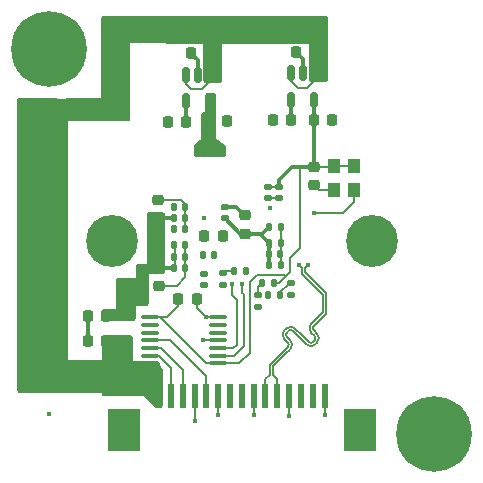
<source format=gbr>
%TF.GenerationSoftware,KiCad,Pcbnew,8.0.9*%
%TF.CreationDate,2025-03-13T22:53:30+08:00*%
%TF.ProjectId,Raspberry_pi_IMX662,52617370-6265-4727-9279-5f70695f494d,rev?*%
%TF.SameCoordinates,Original*%
%TF.FileFunction,Copper,L1,Top*%
%TF.FilePolarity,Positive*%
%FSLAX46Y46*%
G04 Gerber Fmt 4.6, Leading zero omitted, Abs format (unit mm)*
G04 Created by KiCad (PCBNEW 8.0.9) date 2025-03-13 22:53:30*
%MOMM*%
%LPD*%
G01*
G04 APERTURE LIST*
G04 Aperture macros list*
%AMRoundRect*
0 Rectangle with rounded corners*
0 $1 Rounding radius*
0 $2 $3 $4 $5 $6 $7 $8 $9 X,Y pos of 4 corners*
0 Add a 4 corners polygon primitive as box body*
4,1,4,$2,$3,$4,$5,$6,$7,$8,$9,$2,$3,0*
0 Add four circle primitives for the rounded corners*
1,1,$1+$1,$2,$3*
1,1,$1+$1,$4,$5*
1,1,$1+$1,$6,$7*
1,1,$1+$1,$8,$9*
0 Add four rect primitives between the rounded corners*
20,1,$1+$1,$2,$3,$4,$5,0*
20,1,$1+$1,$4,$5,$6,$7,0*
20,1,$1+$1,$6,$7,$8,$9,0*
20,1,$1+$1,$8,$9,$2,$3,0*%
G04 Aperture macros list end*
%TA.AperFunction,SMDPad,CuDef*%
%ADD10RoundRect,0.218750X-0.381250X0.218750X-0.381250X-0.218750X0.381250X-0.218750X0.381250X0.218750X0*%
%TD*%
%TA.AperFunction,SMDPad,CuDef*%
%ADD11RoundRect,0.140000X-0.140000X-0.170000X0.140000X-0.170000X0.140000X0.170000X-0.140000X0.170000X0*%
%TD*%
%TA.AperFunction,ComponentPad*%
%ADD12C,6.400000*%
%TD*%
%TA.AperFunction,SMDPad,CuDef*%
%ADD13RoundRect,0.140000X0.170000X-0.140000X0.170000X0.140000X-0.170000X0.140000X-0.170000X-0.140000X0*%
%TD*%
%TA.AperFunction,SMDPad,CuDef*%
%ADD14RoundRect,0.225000X-0.250000X0.225000X-0.250000X-0.225000X0.250000X-0.225000X0.250000X0.225000X0*%
%TD*%
%TA.AperFunction,SMDPad,CuDef*%
%ADD15R,0.610000X2.000000*%
%TD*%
%TA.AperFunction,SMDPad,CuDef*%
%ADD16R,2.680000X3.600000*%
%TD*%
%TA.AperFunction,SMDPad,CuDef*%
%ADD17RoundRect,0.135000X-0.135000X-0.185000X0.135000X-0.185000X0.135000X0.185000X-0.135000X0.185000X0*%
%TD*%
%TA.AperFunction,SMDPad,CuDef*%
%ADD18RoundRect,0.100000X0.637500X0.100000X-0.637500X0.100000X-0.637500X-0.100000X0.637500X-0.100000X0*%
%TD*%
%TA.AperFunction,SMDPad,CuDef*%
%ADD19RoundRect,0.135000X0.135000X0.185000X-0.135000X0.185000X-0.135000X-0.185000X0.135000X-0.185000X0*%
%TD*%
%TA.AperFunction,SMDPad,CuDef*%
%ADD20RoundRect,0.225000X-0.225000X-0.250000X0.225000X-0.250000X0.225000X0.250000X-0.225000X0.250000X0*%
%TD*%
%TA.AperFunction,SMDPad,CuDef*%
%ADD21RoundRect,0.225000X0.225000X0.250000X-0.225000X0.250000X-0.225000X-0.250000X0.225000X-0.250000X0*%
%TD*%
%TA.AperFunction,SMDPad,CuDef*%
%ADD22RoundRect,0.135000X0.185000X-0.135000X0.185000X0.135000X-0.185000X0.135000X-0.185000X-0.135000X0*%
%TD*%
%TA.AperFunction,SMDPad,CuDef*%
%ADD23RoundRect,0.140000X-0.170000X0.140000X-0.170000X-0.140000X0.170000X-0.140000X0.170000X0.140000X0*%
%TD*%
%TA.AperFunction,ComponentPad*%
%ADD24C,4.400000*%
%TD*%
%TA.AperFunction,SMDPad,CuDef*%
%ADD25R,1.100000X1.300000*%
%TD*%
%TA.AperFunction,SMDPad,CuDef*%
%ADD26RoundRect,0.225000X0.250000X-0.225000X0.250000X0.225000X-0.250000X0.225000X-0.250000X-0.225000X0*%
%TD*%
%TA.AperFunction,SMDPad,CuDef*%
%ADD27RoundRect,0.150000X-0.150000X0.512500X-0.150000X-0.512500X0.150000X-0.512500X0.150000X0.512500X0*%
%TD*%
%TA.AperFunction,SMDPad,CuDef*%
%ADD28RoundRect,0.140000X0.140000X0.170000X-0.140000X0.170000X-0.140000X-0.170000X0.140000X-0.170000X0*%
%TD*%
%TA.AperFunction,ViaPad*%
%ADD29C,0.450000*%
%TD*%
%TA.AperFunction,Conductor*%
%ADD30C,0.350000*%
%TD*%
%TA.AperFunction,Conductor*%
%ADD31C,0.200000*%
%TD*%
%TA.AperFunction,Conductor*%
%ADD32C,0.156000*%
%TD*%
%TA.AperFunction,Conductor*%
%ADD33C,0.127000*%
%TD*%
G04 APERTURE END LIST*
D10*
%TO.P,FB1,1*%
%TO.N,3V3*%
X128700000Y-107337500D03*
%TO.P,FB1,2*%
%TO.N,VCC*%
X128700000Y-109462500D03*
%TD*%
D11*
%TO.P,C17,1*%
%TO.N,3V3*%
X132870000Y-99100000D03*
%TO.P,C17,2*%
%TO.N,GND*%
X133830000Y-99100000D03*
%TD*%
%TO.P,C24,1*%
%TO.N,Net-(U1C-VRLFR)*%
X132870000Y-100050000D03*
%TO.P,C24,2*%
%TO.N,GND*%
X133830000Y-100050000D03*
%TD*%
D12*
%TO.P,H6,1,1*%
%TO.N,unconnected-(H6-Pad1)*%
X154900000Y-117350000D03*
%TD*%
D13*
%TO.P,C16,1*%
%TO.N,1V2*%
X135400000Y-104780000D03*
%TO.P,C16,2*%
%TO.N,GND*%
X135400000Y-103820000D03*
%TD*%
D14*
%TO.P,C26,1*%
%TO.N,1V8*%
X144700000Y-94775000D03*
%TO.P,C26,2*%
%TO.N,GND*%
X144700000Y-96325000D03*
%TD*%
D15*
%TO.P,J2,1,Pin_1*%
%TO.N,VCC*%
X131600000Y-114200000D03*
%TO.P,J2,2,Pin_2*%
%TO.N,SDA_3V3*%
X132600000Y-114200000D03*
%TO.P,J2,3,Pin_3*%
%TO.N,SCL_3V3*%
X133600000Y-114200000D03*
%TO.P,J2,4,Pin_4*%
%TO.N,LED*%
X134600000Y-114200000D03*
%TO.P,J2,5,Pin_5*%
%TO.N,XCLR_3V3*%
X135600000Y-114200000D03*
%TO.P,J2,6,Pin_6*%
%TO.N,GND*%
X136600000Y-114200000D03*
%TO.P,J2,7,Pin_7*%
%TO.N,DCKP*%
X137600000Y-114200000D03*
%TO.P,J2,8,Pin_8*%
%TO.N,DCKN*%
X138600000Y-114200000D03*
%TO.P,J2,9,Pin_9*%
%TO.N,GND*%
X139600000Y-114200000D03*
%TO.P,J2,10,Pin_10*%
%TO.N,DMO2P*%
X140600000Y-114200000D03*
%TO.P,J2,11,Pin_11*%
%TO.N,DMO2N*%
X141600000Y-114200000D03*
%TO.P,J2,12,Pin_12*%
%TO.N,GND*%
X142600000Y-114200000D03*
%TO.P,J2,13,Pin_13*%
%TO.N,DMO1P*%
X143600000Y-114200000D03*
%TO.P,J2,14,Pin_14*%
%TO.N,DMO1N*%
X144600000Y-114200000D03*
%TO.P,J2,15,Pin_15*%
%TO.N,GND*%
X145600000Y-114200000D03*
D16*
%TO.P,J2,MP,MountPin*%
X128610000Y-117000000D03*
X148590000Y-117000000D03*
%TD*%
D17*
%TO.P,R3,1*%
%TO.N,Net-(U1C-SLAMODE0)*%
X140840000Y-105650000D03*
%TO.P,R3,2*%
%TO.N,GND*%
X141860000Y-105650000D03*
%TD*%
D18*
%TO.P,U3,1,VCCA*%
%TO.N,1V8*%
X136562500Y-111400000D03*
%TO.P,U3,2,A1*%
%TO.N,SDA_1V8*%
X136562500Y-110750000D03*
%TO.P,U3,3,A2*%
%TO.N,SCL_1V8*%
X136562500Y-110100000D03*
%TO.P,U3,4,A3*%
%TO.N,XCLR_1V8*%
X136562500Y-109450000D03*
%TO.P,U3,5,A4*%
%TO.N,unconnected-(U3-A4-Pad5)*%
X136562500Y-108800000D03*
%TO.P,U3,6,NC*%
%TO.N,unconnected-(U3-NC-Pad6)*%
X136562500Y-108150000D03*
%TO.P,U3,7,GND*%
%TO.N,GND*%
X136562500Y-107500000D03*
%TO.P,U3,8,OE*%
%TO.N,1V8*%
X130837500Y-107500000D03*
%TO.P,U3,9,NC*%
%TO.N,unconnected-(U3-NC-Pad9)*%
X130837500Y-108150000D03*
%TO.P,U3,10,B4*%
%TO.N,unconnected-(U3-B4-Pad10)*%
X130837500Y-108800000D03*
%TO.P,U3,11,B3*%
%TO.N,XCLR_3V3*%
X130837500Y-109450000D03*
%TO.P,U3,12,B2*%
%TO.N,SCL_3V3*%
X130837500Y-110100000D03*
%TO.P,U3,13,B1*%
%TO.N,SDA_3V3*%
X130837500Y-110750000D03*
%TO.P,U3,14,VCCB*%
%TO.N,VCC*%
X130837500Y-111400000D03*
%TD*%
D19*
%TO.P,R2,1*%
%TO.N,Net-(U1C-SLAMODE1)*%
X138960000Y-103600000D03*
%TO.P,R2,2*%
%TO.N,GND*%
X137940000Y-103600000D03*
%TD*%
D11*
%TO.P,C11,1*%
%TO.N,1V2*%
X140900000Y-102150000D03*
%TO.P,C11,2*%
%TO.N,GND*%
X141860000Y-102150000D03*
%TD*%
D13*
%TO.P,C13,1*%
%TO.N,1V2*%
X142750000Y-105580000D03*
%TO.P,C13,2*%
%TO.N,GND*%
X142750000Y-104620000D03*
%TD*%
D20*
%TO.P,C30,1*%
%TO.N,1V8*%
X133225000Y-105950000D03*
%TO.P,C30,2*%
%TO.N,GND*%
X134775000Y-105950000D03*
%TD*%
D11*
%TO.P,C12,1*%
%TO.N,1V2*%
X140920000Y-99850000D03*
%TO.P,C12,2*%
%TO.N,GND*%
X141880000Y-99850000D03*
%TD*%
D21*
%TO.P,C3,1*%
%TO.N,VCC*%
X135875000Y-85150000D03*
%TO.P,C3,2*%
%TO.N,GND*%
X134325000Y-85150000D03*
%TD*%
%TO.P,C9,1*%
%TO.N,VCC*%
X127125000Y-109500000D03*
%TO.P,C9,2*%
%TO.N,GND*%
X125575000Y-109500000D03*
%TD*%
D22*
%TO.P,R1,1*%
%TO.N,Net-(U1C-XMASTER)*%
X137000000Y-104760000D03*
%TO.P,R1,2*%
%TO.N,GND*%
X137000000Y-103740000D03*
%TD*%
D23*
%TO.P,C8,1*%
%TO.N,1V8*%
X141750000Y-96470000D03*
%TO.P,C8,2*%
%TO.N,GND*%
X141750000Y-97430000D03*
%TD*%
D20*
%TO.P,C2,1*%
%TO.N,1V2*%
X135825000Y-90900000D03*
%TO.P,C2,2*%
%TO.N,GND*%
X137375000Y-90900000D03*
%TD*%
D11*
%TO.P,C19,1*%
%TO.N,3V3*%
X132870000Y-101400000D03*
%TO.P,C19,2*%
%TO.N,GND*%
X133830000Y-101400000D03*
%TD*%
%TO.P,C21,1*%
%TO.N,3V3*%
X132850000Y-102350000D03*
%TO.P,C21,2*%
%TO.N,GND*%
X133810000Y-102350000D03*
%TD*%
D23*
%TO.P,C10,1*%
%TO.N,1V8*%
X140820000Y-96470000D03*
%TO.P,C10,2*%
%TO.N,GND*%
X140820000Y-97430000D03*
%TD*%
D21*
%TO.P,C4,1*%
%TO.N,VCC*%
X144725000Y-85050000D03*
%TO.P,C4,2*%
%TO.N,GND*%
X143175000Y-85050000D03*
%TD*%
D24*
%TO.P,H2,1,1*%
%TO.N,GND*%
X127600000Y-101050000D03*
%TD*%
D22*
%TO.P,R5,1*%
%TO.N,XCLR_1V8*%
X139950000Y-106610000D03*
%TO.P,R5,2*%
%TO.N,Net-(U1C-XCLR)*%
X139950000Y-105590000D03*
%TD*%
D20*
%TO.P,C6,1*%
%TO.N,1V8*%
X144725000Y-90800000D03*
%TO.P,C6,2*%
%TO.N,GND*%
X146275000Y-90800000D03*
%TD*%
D17*
%TO.P,R4,1*%
%TO.N,Net-(U1C-XCLR)*%
X140340000Y-104550000D03*
%TO.P,R4,2*%
%TO.N,1V8*%
X141360000Y-104550000D03*
%TD*%
D24*
%TO.P,H1,1,1*%
%TO.N,GND*%
X149600000Y-101050000D03*
%TD*%
D21*
%TO.P,C5,1*%
%TO.N,Net-(U4-BP)*%
X142775000Y-90800000D03*
%TO.P,C5,2*%
%TO.N,GND*%
X141225000Y-90800000D03*
%TD*%
%TO.P,C1,1*%
%TO.N,Net-(U2-BP)*%
X133875000Y-90950000D03*
%TO.P,C1,2*%
%TO.N,GND*%
X132325000Y-90950000D03*
%TD*%
D25*
%TO.P,X1,1,OE*%
%TO.N,1V8*%
X146425000Y-94650000D03*
%TO.P,X1,2,GND*%
%TO.N,GND*%
X146425000Y-96750000D03*
%TO.P,X1,3,OUT*%
%TO.N,Net-(U1C-INCK)*%
X148075000Y-96750000D03*
%TO.P,X1,4,Vcc*%
%TO.N,1V8*%
X148075000Y-94650000D03*
%TD*%
D11*
%TO.P,C20,1*%
%TO.N,3V3*%
X132870000Y-103300000D03*
%TO.P,C20,2*%
%TO.N,GND*%
X133830000Y-103300000D03*
%TD*%
D21*
%TO.P,C7,1*%
%TO.N,3V3*%
X127125000Y-107350000D03*
%TO.P,C7,2*%
%TO.N,GND*%
X125575000Y-107350000D03*
%TD*%
D11*
%TO.P,C14,1*%
%TO.N,1V2*%
X140920000Y-101200000D03*
%TO.P,C14,2*%
%TO.N,GND*%
X141880000Y-101200000D03*
%TD*%
D26*
%TO.P,C15,1*%
%TO.N,1V2*%
X138850000Y-100425000D03*
%TO.P,C15,2*%
%TO.N,GND*%
X138850000Y-98875000D03*
%TD*%
D14*
%TO.P,C22,1*%
%TO.N,3V3*%
X131600000Y-103325000D03*
%TO.P,C22,2*%
%TO.N,GND*%
X131600000Y-104875000D03*
%TD*%
D13*
%TO.P,C29,1*%
%TO.N,1V2*%
X137150000Y-99130000D03*
%TO.P,C29,2*%
%TO.N,GND*%
X137150000Y-98170000D03*
%TD*%
D11*
%TO.P,C27,1*%
%TO.N,1V2*%
X140920000Y-103100000D03*
%TO.P,C27,2*%
%TO.N,GND*%
X141880000Y-103100000D03*
%TD*%
D27*
%TO.P,U2,1,IN*%
%TO.N,VCC*%
X135800000Y-86950000D03*
%TO.P,U2,2,GND*%
%TO.N,GND*%
X134850000Y-86950000D03*
%TO.P,U2,3,EN*%
%TO.N,VCC*%
X133900000Y-86950000D03*
%TO.P,U2,4,BP*%
%TO.N,Net-(U2-BP)*%
X133900000Y-89225000D03*
%TO.P,U2,5,OUT*%
%TO.N,1V2*%
X135800000Y-89225000D03*
%TD*%
D12*
%TO.P,H5,1,1*%
%TO.N,GND*%
X122300000Y-84750000D03*
%TD*%
D21*
%TO.P,C23,1*%
%TO.N,GND*%
X136975000Y-100650000D03*
%TO.P,C23,2*%
%TO.N,Net-(U1C-VRLST)*%
X135425000Y-100650000D03*
%TD*%
D27*
%TO.P,U4,1,IN*%
%TO.N,VCC*%
X144700000Y-86825000D03*
%TO.P,U4,2,GND*%
%TO.N,GND*%
X143750000Y-86825000D03*
%TO.P,U4,3,EN*%
%TO.N,VCC*%
X142800000Y-86825000D03*
%TO.P,U4,4,BP*%
%TO.N,Net-(U4-BP)*%
X142800000Y-89100000D03*
%TO.P,U4,5,OUT*%
%TO.N,1V8*%
X144700000Y-89100000D03*
%TD*%
D26*
%TO.P,C18,1*%
%TO.N,3V3*%
X131500000Y-99075000D03*
%TO.P,C18,2*%
%TO.N,GND*%
X131500000Y-97525000D03*
%TD*%
D28*
%TO.P,C28,1*%
%TO.N,1V2*%
X136280000Y-102200000D03*
%TO.P,C28,2*%
%TO.N,GND*%
X135320000Y-102200000D03*
%TD*%
D11*
%TO.P,C25,1*%
%TO.N,Net-(U1C-VRHT)*%
X132870000Y-98150000D03*
%TO.P,C25,2*%
%TO.N,GND*%
X133830000Y-98150000D03*
%TD*%
D29*
%TO.N,GND*%
X139600000Y-115800000D03*
X141800000Y-102250000D03*
X142600000Y-115850000D03*
X136975000Y-100650000D03*
X143174999Y-85021823D03*
X132325000Y-90950000D03*
X137375000Y-90900000D03*
X145600000Y-115800000D03*
X135387940Y-102241926D03*
X146275000Y-90800000D03*
X141000000Y-98250000D03*
X141806261Y-97444669D03*
X125575000Y-108450000D03*
X133803990Y-99854653D03*
X146400000Y-96750000D03*
X135550000Y-107500000D03*
X141800000Y-99850000D03*
X141225000Y-90800000D03*
X142600000Y-104650000D03*
X135406169Y-99054082D03*
X136600000Y-115750000D03*
X148590000Y-117000000D03*
X137000000Y-98250000D03*
X122250000Y-115660000D03*
X134337500Y-85162500D03*
X128610000Y-117000000D03*
X135400000Y-103850000D03*
X133850000Y-98150000D03*
X133800000Y-102250000D03*
X137050000Y-103800000D03*
%TO.N,1V2*%
X136700000Y-93450000D03*
X142700000Y-105550000D03*
X135800000Y-93450000D03*
X140987202Y-99847158D03*
X137100000Y-99150000D03*
X136250000Y-102300000D03*
X140999999Y-101449661D03*
X141000000Y-102250000D03*
X135404082Y-104661131D03*
X134950000Y-93500000D03*
%TO.N,1V8*%
X141800000Y-96500000D03*
%TO.N,3V3*%
X132900000Y-103250000D03*
X132850000Y-102350000D03*
X132900000Y-99100000D03*
X132900000Y-101350000D03*
%TO.N,Net-(U1C-VRLST)*%
X135400000Y-100650000D03*
%TO.N,Net-(U1C-VRLFR)*%
X132900000Y-100050000D03*
%TO.N,Net-(U1C-VRHT)*%
X132900000Y-98150000D03*
%TO.N,Net-(U1C-XMASTER)*%
X136996671Y-104646227D03*
%TO.N,Net-(U1C-SLAMODE1)*%
X138960000Y-103600000D03*
%TO.N,Net-(U1C-SLAMODE0)*%
X140850000Y-105650000D03*
%TO.N,SCL_1V8*%
X137795311Y-104654780D03*
%TO.N,DMO2N*%
X144200000Y-103050000D03*
%TO.N,XCLR_1V8*%
X135350000Y-109450000D03*
X139950000Y-106610000D03*
%TO.N,DMO1P*%
X143600000Y-114200000D03*
%TO.N,Net-(U1C-INCK)*%
X144750000Y-98650000D03*
%TO.N,DCKN*%
X138600000Y-114200000D03*
%TO.N,DCKP*%
X137600000Y-114200000D03*
%TO.N,DMO2P*%
X143400000Y-103050000D03*
%TO.N,DMO1N*%
X144600000Y-114200000D03*
%TO.N,SDA_1V8*%
X138600000Y-104650000D03*
%TO.N,LED*%
X134600000Y-116300000D03*
%TO.N,Net-(U1C-XCLR)*%
X140250000Y-104600000D03*
%TD*%
D30*
%TO.N,GND*%
X143750000Y-85625000D02*
X143175000Y-85050000D01*
D31*
X133830000Y-104120000D02*
X133830000Y-103300000D01*
D32*
X136600000Y-114200000D02*
X136600000Y-115750000D01*
D30*
X138120000Y-98170000D02*
X137150000Y-98170000D01*
D31*
X133830000Y-97930000D02*
X133830000Y-98150000D01*
X140820000Y-97430000D02*
X141791592Y-97430000D01*
X141880000Y-103100000D02*
X141880000Y-99850000D01*
X131600000Y-104875000D02*
X133075000Y-104875000D01*
X141860000Y-105650000D02*
X141860000Y-105390000D01*
X133075000Y-104875000D02*
X133830000Y-104120000D01*
X137940000Y-103600000D02*
X137250000Y-103600000D01*
D32*
X139600000Y-114200000D02*
X139600000Y-115800000D01*
D31*
X133830000Y-101400000D02*
X133830000Y-103300000D01*
X141860000Y-105390000D02*
X142600000Y-104650000D01*
X145125000Y-96750000D02*
X144700000Y-96325000D01*
X146425000Y-96750000D02*
X146400000Y-96750000D01*
X134775000Y-105950000D02*
X134775000Y-106725000D01*
D30*
X138850000Y-98875000D02*
X138825000Y-98875000D01*
D31*
X134775000Y-106725000D02*
X135550000Y-107500000D01*
X137250000Y-103600000D02*
X137050000Y-103800000D01*
X131500000Y-97525000D02*
X133425000Y-97525000D01*
X133830000Y-100050000D02*
X133830000Y-99100000D01*
D30*
X134850000Y-85675000D02*
X134337500Y-85162500D01*
X138825000Y-98875000D02*
X138120000Y-98170000D01*
D31*
X133425000Y-97525000D02*
X133830000Y-97930000D01*
D32*
X145600000Y-114200000D02*
X145600000Y-115800000D01*
D30*
X134337500Y-85162500D02*
X134325000Y-85150000D01*
X125575000Y-109500000D02*
X125575000Y-108450000D01*
X125575000Y-108450000D02*
X125575000Y-107350000D01*
D32*
X136562500Y-107500000D02*
X135550000Y-107500000D01*
D31*
X141791592Y-97430000D02*
X141806261Y-97444669D01*
X133830000Y-99100000D02*
X133830000Y-98150000D01*
D30*
X143750000Y-86825000D02*
X143750000Y-85625000D01*
D31*
X146400000Y-96750000D02*
X145125000Y-96750000D01*
D30*
X134850000Y-86950000D02*
X134850000Y-85675000D01*
D32*
X142600000Y-114200000D02*
X142600000Y-115850000D01*
D30*
%TO.N,Net-(U2-BP)*%
X133900000Y-89225000D02*
X133900000Y-90925000D01*
X133900000Y-90925000D02*
X133875000Y-90950000D01*
%TO.N,1V2*%
X140920000Y-101195000D02*
X140920000Y-101200000D01*
X139700000Y-100425000D02*
X140150000Y-100425000D01*
X140345000Y-100425000D02*
X140920000Y-99850000D01*
X138850000Y-100425000D02*
X139700000Y-100425000D01*
X140150000Y-100425000D02*
X140345000Y-100425000D01*
X140920000Y-101200000D02*
X140920000Y-103100000D01*
X138445000Y-100425000D02*
X137150000Y-99130000D01*
X139700000Y-100425000D02*
X138445000Y-100425000D01*
X140150000Y-100425000D02*
X140920000Y-101195000D01*
D31*
X140920000Y-103100000D02*
X140920000Y-102170000D01*
X140920000Y-102170000D02*
X140900000Y-102150000D01*
D32*
%TO.N,VCC*%
X133900000Y-86950000D02*
X133900000Y-87750000D01*
X144150000Y-88050000D02*
X144700000Y-87500000D01*
X143350000Y-88050000D02*
X144150000Y-88050000D01*
X144700000Y-87500000D02*
X144700000Y-86825000D01*
X135800000Y-87600000D02*
X135800000Y-86950000D01*
X134300000Y-88150000D02*
X135250000Y-88150000D01*
X142800000Y-86825000D02*
X142800000Y-87500000D01*
X135250000Y-88150000D02*
X135800000Y-87600000D01*
X142800000Y-87500000D02*
X143350000Y-88050000D01*
X133900000Y-87750000D02*
X134300000Y-88150000D01*
D30*
%TO.N,Net-(U4-BP)*%
X142800000Y-90775000D02*
X142775000Y-90800000D01*
X142800000Y-89100000D02*
X142800000Y-90775000D01*
%TO.N,1V8*%
X144700000Y-94775000D02*
X143500000Y-94775000D01*
D31*
X142650000Y-103650000D02*
X142300000Y-104000000D01*
X148075000Y-94650000D02*
X146425000Y-94650000D01*
X131650000Y-107500000D02*
X130837500Y-107500000D01*
X142300000Y-104000000D02*
X141750000Y-104550000D01*
D30*
X144725000Y-94750000D02*
X144700000Y-94775000D01*
D31*
X141750000Y-104550000D02*
X141360000Y-104550000D01*
X132300000Y-107500000D02*
X133225000Y-106575000D01*
D30*
X143500000Y-94775000D02*
X142875000Y-94775000D01*
D31*
X133225000Y-106575000D02*
X133225000Y-105950000D01*
X139900000Y-103900000D02*
X142200000Y-103900000D01*
D30*
X144700000Y-90775000D02*
X144725000Y-90800000D01*
D31*
X141770000Y-96470000D02*
X141800000Y-96500000D01*
X143500000Y-94775000D02*
X143500000Y-101650000D01*
X139300000Y-110500000D02*
X139300000Y-104500000D01*
D30*
X142875000Y-94775000D02*
X141750000Y-95900000D01*
D31*
X130837500Y-107500000D02*
X132300000Y-107500000D01*
D30*
X141750000Y-95900000D02*
X141750000Y-96470000D01*
D31*
X144700000Y-94775000D02*
X146300000Y-94775000D01*
X143500000Y-101650000D02*
X142650000Y-102500000D01*
X136562500Y-111400000D02*
X135550000Y-111400000D01*
X136562500Y-111400000D02*
X138400000Y-111400000D01*
D30*
X144725000Y-90800000D02*
X144725000Y-94750000D01*
D31*
X146300000Y-94775000D02*
X146425000Y-94650000D01*
X135550000Y-111400000D02*
X131650000Y-107500000D01*
X140820000Y-96470000D02*
X141770000Y-96470000D01*
X138400000Y-111400000D02*
X139300000Y-110500000D01*
D30*
X144700000Y-89100000D02*
X144700000Y-90775000D01*
D31*
X142650000Y-102500000D02*
X142650000Y-103650000D01*
X139300000Y-104500000D02*
X139900000Y-103900000D01*
X142200000Y-103900000D02*
X142300000Y-104000000D01*
%TO.N,3V3*%
X132900000Y-101350000D02*
X132900000Y-103250000D01*
D30*
X131600000Y-103325000D02*
X132825000Y-103325000D01*
X132845000Y-99075000D02*
X132870000Y-99100000D01*
X132825000Y-103325000D02*
X132900000Y-103250000D01*
X131500000Y-99075000D02*
X132845000Y-99075000D01*
D32*
%TO.N,SCL_1V8*%
X138150000Y-109800000D02*
X138150000Y-106000000D01*
X137850000Y-110100000D02*
X138150000Y-109800000D01*
X137795311Y-105645311D02*
X137795311Y-104654780D01*
X138150000Y-106000000D02*
X137795311Y-105645311D01*
X136562500Y-110100000D02*
X137850000Y-110100000D01*
D33*
%TO.N,DMO2N*%
X141600000Y-112699999D02*
X141600000Y-114200000D01*
X144962108Y-109646233D02*
X144820688Y-109787654D01*
X144672407Y-108593279D02*
X144962109Y-108882981D01*
X141239700Y-111657866D02*
X141239700Y-112339699D01*
X142912346Y-108642564D02*
X143484891Y-109215108D01*
X143484892Y-109215111D02*
X144057436Y-109787655D01*
X142692506Y-110205057D02*
X142551085Y-110346479D01*
X142532749Y-110364817D02*
X141239700Y-111657866D01*
X142551085Y-110346479D02*
X142532749Y-110364817D01*
X143939700Y-103671628D02*
X145714700Y-105446628D01*
X143939700Y-103310300D02*
X143939700Y-103671628D01*
X145714700Y-105446628D02*
X145714700Y-107182866D01*
X141239700Y-112339699D02*
X141600000Y-112699999D01*
X145714700Y-107182866D02*
X144672407Y-108225159D01*
X142544227Y-108642564D02*
X142402805Y-108783985D01*
X143484892Y-109215111D02*
X143484891Y-109215108D01*
X142402805Y-109152105D02*
X142692506Y-109441806D01*
X144200000Y-103050000D02*
X143939700Y-103310300D01*
X142402805Y-108783985D02*
G75*
G03*
X142402850Y-109152060I184095J-184015D01*
G01*
X144962109Y-108882981D02*
G75*
G02*
X144962102Y-109646226I-381609J-381619D01*
G01*
X144820688Y-109787654D02*
G75*
G02*
X144057474Y-109787617I-381588J381654D01*
G01*
X142912346Y-108642564D02*
G75*
G03*
X142544228Y-108642564I-184059J-184059D01*
G01*
X142692506Y-109441806D02*
G75*
G02*
X142692475Y-110205025I-381606J-381594D01*
G01*
X144672407Y-108225159D02*
G75*
G03*
X144672426Y-108593260I184093J-184041D01*
G01*
D32*
%TO.N,XCLR_1V8*%
X136562500Y-109450000D02*
X135350000Y-109450000D01*
D31*
%TO.N,Net-(U1C-INCK)*%
X147150000Y-98650000D02*
X144750000Y-98650000D01*
X147150000Y-98650000D02*
X148075000Y-97725000D01*
X148075000Y-96750000D02*
X148075000Y-97725000D01*
D33*
%TO.N,DMO2P*%
X140960300Y-112339699D02*
X140600000Y-112699999D01*
X143682459Y-109017545D02*
X143682456Y-109017543D01*
X145435300Y-107067134D02*
X144474841Y-108027593D01*
X142335183Y-110167251D02*
X140960300Y-111542134D01*
X143660300Y-103310300D02*
X143660300Y-103828372D01*
X143660300Y-103828372D02*
X145435300Y-105603372D01*
X142353520Y-110148914D02*
X142335183Y-110167251D01*
X142494940Y-110007491D02*
X142353520Y-110148914D01*
X144764543Y-109448668D02*
X144623123Y-109590089D01*
X143682459Y-109017545D02*
X144255003Y-109590089D01*
X143400000Y-103050000D02*
X143660300Y-103310300D01*
X144474841Y-108027593D02*
X144474842Y-108027594D01*
X142205239Y-109349670D02*
X142494940Y-109639371D01*
X140960300Y-111542134D02*
X140960300Y-112339699D01*
X142346661Y-108444998D02*
X142205239Y-108586419D01*
X140600000Y-112699999D02*
X140600000Y-114200000D01*
X143109912Y-108444998D02*
X143682456Y-109017543D01*
X144474841Y-108790846D02*
X144764543Y-109080548D01*
X145435300Y-105603372D02*
X145435300Y-107067134D01*
X143109912Y-108444998D02*
G75*
G03*
X142346662Y-108444998I-381625J-381624D01*
G01*
X144474842Y-108027594D02*
G75*
G03*
X144474861Y-108790826I381658J-381606D01*
G01*
X144623123Y-109590089D02*
G75*
G02*
X144255003Y-109590089I-184060J184061D01*
G01*
X142205239Y-108586419D02*
G75*
G03*
X142205283Y-109349626I381661J-381581D01*
G01*
X142494940Y-109639371D02*
G75*
G02*
X142494909Y-110007460I-184040J-184029D01*
G01*
X144764543Y-109080548D02*
G75*
G02*
X144764535Y-109448660I-184043J-184052D01*
G01*
D32*
%TO.N,SDA_1V8*%
X138750000Y-105550000D02*
X138600000Y-105400000D01*
X138750000Y-109950000D02*
X138750000Y-105550000D01*
X136562500Y-110750000D02*
X137950000Y-110750000D01*
X138600000Y-105400000D02*
X138600000Y-104650000D01*
X137950000Y-110750000D02*
X138750000Y-109950000D01*
%TO.N,XCLR_3V3*%
X135600000Y-112500000D02*
X135600000Y-114200000D01*
X130837500Y-109450000D02*
X132550000Y-109450000D01*
X132550000Y-109450000D02*
X135600000Y-112500000D01*
%TO.N,SCL_3V3*%
X133600000Y-111950000D02*
X133600000Y-114200000D01*
X130837500Y-110100000D02*
X131750000Y-110100000D01*
X131750000Y-110100000D02*
X133600000Y-111950000D01*
%TO.N,SDA_3V3*%
X132600000Y-111775001D02*
X131574999Y-110750000D01*
X132600000Y-114200000D02*
X132600000Y-111775001D01*
X131574999Y-110750000D02*
X130837500Y-110750000D01*
D31*
%TO.N,LED*%
X134600000Y-114200000D02*
X134600000Y-116300000D01*
%TO.N,Net-(U1C-XCLR)*%
X139950000Y-105590000D02*
X139950000Y-104900000D01*
X139950000Y-104900000D02*
X140250000Y-104600000D01*
%TD*%
%TA.AperFunction,Conductor*%
%TO.N,VCC*%
G36*
X145900000Y-87390248D02*
G01*
X145898097Y-87409563D01*
X145888616Y-87457224D01*
X145873835Y-87492910D01*
X145852362Y-87525047D01*
X145825047Y-87552362D01*
X145792910Y-87573835D01*
X145757224Y-87588616D01*
X145709563Y-87598097D01*
X145690248Y-87600000D01*
X144509752Y-87600000D01*
X144490438Y-87598098D01*
X144474470Y-87594921D01*
X144442775Y-87588617D01*
X144407089Y-87573835D01*
X144406330Y-87573328D01*
X144374949Y-87552359D01*
X144347640Y-87525050D01*
X144326163Y-87492908D01*
X144311382Y-87457222D01*
X144301902Y-87409561D01*
X144300000Y-87390248D01*
X144300000Y-84590503D01*
X144300000Y-84250000D01*
X145900000Y-84250000D01*
X145900000Y-87390248D01*
G37*
%TD.AperFunction*%
%TD*%
%TA.AperFunction,Conductor*%
%TO.N,VCC*%
G36*
X129106510Y-84311379D02*
G01*
X129124648Y-90750203D01*
X129105152Y-90817297D01*
X129052477Y-90863201D01*
X129000202Y-90874551D01*
X123854395Y-90856039D01*
X123854395Y-90856040D01*
X122175000Y-90850000D01*
X122025000Y-88975000D01*
X125399595Y-88950003D01*
X125400513Y-88950000D01*
X126700000Y-88950000D01*
X126700000Y-82124000D01*
X126719685Y-82056961D01*
X126772489Y-82011206D01*
X126824000Y-82000000D01*
X126949999Y-82000000D01*
X129100000Y-82000000D01*
X129106510Y-84311379D01*
G37*
%TD.AperFunction*%
%TD*%
%TA.AperFunction,Conductor*%
%TO.N,VCC*%
G36*
X123829503Y-88918907D02*
G01*
X123845043Y-88938547D01*
X123845094Y-88938497D01*
X123850097Y-88943452D01*
X123850137Y-88961480D01*
X122025000Y-88975000D01*
X122175000Y-90850000D01*
X123854394Y-90856040D01*
X123854846Y-91057206D01*
X123854846Y-91057212D01*
X123874818Y-99944533D01*
X123882054Y-103164366D01*
X123900000Y-111150000D01*
X126950000Y-111150000D01*
X127000000Y-113900000D01*
X119809341Y-113900000D01*
X119790049Y-113898102D01*
X119742443Y-113888644D01*
X119706797Y-113873900D01*
X119674682Y-113852477D01*
X119647373Y-113825223D01*
X119625886Y-113793152D01*
X119611069Y-113757532D01*
X119601517Y-113709947D01*
X119599581Y-113690666D01*
X119550420Y-89110154D01*
X119552288Y-89090824D01*
X119561697Y-89043083D01*
X119576440Y-89007337D01*
X119597906Y-88975124D01*
X119625223Y-88947754D01*
X119657385Y-88926229D01*
X119693110Y-88911410D01*
X119710945Y-88907858D01*
X119740826Y-88901907D01*
X119760163Y-88900000D01*
X123771312Y-88900000D01*
X123829503Y-88918907D01*
G37*
%TD.AperFunction*%
%TD*%
%TA.AperFunction,Conductor*%
%TO.N,1V2*%
G36*
X136209561Y-88501902D02*
G01*
X136257222Y-88511382D01*
X136292908Y-88526163D01*
X136325050Y-88547640D01*
X136352359Y-88574949D01*
X136373328Y-88606330D01*
X136373835Y-88607089D01*
X136388616Y-88642775D01*
X136398097Y-88690436D01*
X136400000Y-88709751D01*
X136400000Y-92350000D01*
X136480000Y-92410000D01*
X136599024Y-92499268D01*
X136599814Y-92499864D01*
X136600131Y-92500105D01*
X136600967Y-92500744D01*
X137159458Y-92930353D01*
X137162927Y-92933021D01*
X137179145Y-92948749D01*
X137214820Y-92992299D01*
X137234655Y-93032581D01*
X137247420Y-93087400D01*
X137250000Y-93109852D01*
X137250000Y-93690248D01*
X137248097Y-93709563D01*
X137238616Y-93757224D01*
X137223835Y-93792910D01*
X137202362Y-93825047D01*
X137175047Y-93852362D01*
X137142910Y-93873835D01*
X137107224Y-93888616D01*
X137059563Y-93898097D01*
X137040248Y-93900000D01*
X134759752Y-93900000D01*
X134740438Y-93898098D01*
X134724470Y-93894921D01*
X134692775Y-93888617D01*
X134657089Y-93873835D01*
X134656330Y-93873328D01*
X134624949Y-93852359D01*
X134597640Y-93825050D01*
X134576163Y-93792908D01*
X134561382Y-93757222D01*
X134551902Y-93709561D01*
X134550000Y-93690248D01*
X134550000Y-93004558D01*
X134552365Y-92983049D01*
X134564094Y-92930351D01*
X134582338Y-92891399D01*
X134615320Y-92848642D01*
X134630321Y-92833065D01*
X135078037Y-92459969D01*
X135078036Y-92459969D01*
X135150000Y-92400000D01*
X135150000Y-90338036D01*
X135153373Y-90312413D01*
X135166580Y-90263123D01*
X135192201Y-90218744D01*
X135218744Y-90192201D01*
X135263122Y-90166580D01*
X135290116Y-90159347D01*
X135325001Y-90150000D01*
X135500000Y-90150000D01*
X135500000Y-88709751D01*
X135501902Y-88690438D01*
X135511382Y-88642777D01*
X135526162Y-88607092D01*
X135547642Y-88574946D01*
X135574946Y-88547642D01*
X135607092Y-88526162D01*
X135642775Y-88511382D01*
X135668021Y-88506360D01*
X135690439Y-88501902D01*
X135709752Y-88500000D01*
X136190248Y-88500000D01*
X136209561Y-88501902D01*
G37*
%TD.AperFunction*%
%TD*%
%TA.AperFunction,Conductor*%
%TO.N,3V3*%
G36*
X131909561Y-98601902D02*
G01*
X131957222Y-98611382D01*
X131992908Y-98626163D01*
X132025050Y-98647640D01*
X132052359Y-98674949D01*
X132073328Y-98706330D01*
X132073835Y-98707089D01*
X132088616Y-98742775D01*
X132098097Y-98790436D01*
X132100000Y-98809751D01*
X132100000Y-103590248D01*
X132098097Y-103609563D01*
X132088616Y-103657224D01*
X132073835Y-103692910D01*
X132052362Y-103725047D01*
X132025047Y-103752362D01*
X131992910Y-103773835D01*
X131957224Y-103788616D01*
X131909563Y-103798097D01*
X131890248Y-103800000D01*
X130700000Y-103800000D01*
X130700000Y-103999999D01*
X130700000Y-106340248D01*
X130698097Y-106359563D01*
X130688616Y-106407224D01*
X130673835Y-106442910D01*
X130652362Y-106475047D01*
X130625047Y-106502362D01*
X130592910Y-106523835D01*
X130557224Y-106538616D01*
X130509563Y-106548097D01*
X130490248Y-106550000D01*
X129600000Y-106550000D01*
X129600000Y-106749999D01*
X129600000Y-107590248D01*
X129598097Y-107609563D01*
X129588616Y-107657224D01*
X129573835Y-107692910D01*
X129552362Y-107725047D01*
X129525047Y-107752362D01*
X129492910Y-107773835D01*
X129457224Y-107788616D01*
X129409563Y-107798097D01*
X129390248Y-107800000D01*
X126959752Y-107800000D01*
X126940438Y-107798098D01*
X126924470Y-107794921D01*
X126892775Y-107788617D01*
X126857089Y-107773835D01*
X126856330Y-107773328D01*
X126824949Y-107752359D01*
X126797640Y-107725050D01*
X126776163Y-107692908D01*
X126761382Y-107657222D01*
X126751902Y-107609561D01*
X126750000Y-107590248D01*
X126750000Y-107009751D01*
X126751902Y-106990438D01*
X126761382Y-106942777D01*
X126776162Y-106907092D01*
X126797642Y-106874946D01*
X126824946Y-106847642D01*
X126857092Y-106826162D01*
X126892775Y-106811382D01*
X126918021Y-106806360D01*
X126940439Y-106801902D01*
X126959752Y-106800000D01*
X127749999Y-106800000D01*
X127750000Y-106800000D01*
X127950000Y-106800000D01*
X127950000Y-104359751D01*
X127951902Y-104340438D01*
X127961382Y-104292777D01*
X127976162Y-104257092D01*
X127997642Y-104224946D01*
X128024946Y-104197642D01*
X128057092Y-104176162D01*
X128092775Y-104161382D01*
X128118021Y-104156360D01*
X128140439Y-104151902D01*
X128159752Y-104150000D01*
X129399999Y-104150000D01*
X129400000Y-104150000D01*
X129600000Y-104150000D01*
X129600000Y-103209751D01*
X129601902Y-103190438D01*
X129611382Y-103142777D01*
X129626162Y-103107092D01*
X129647642Y-103074946D01*
X129674946Y-103047642D01*
X129707092Y-103026162D01*
X129742775Y-103011382D01*
X129768021Y-103006360D01*
X129790439Y-103001902D01*
X129809752Y-103000000D01*
X130349999Y-103000000D01*
X130350000Y-103000000D01*
X130550000Y-103000000D01*
X130550000Y-98809751D01*
X130551902Y-98790438D01*
X130561382Y-98742777D01*
X130576162Y-98707092D01*
X130597642Y-98674946D01*
X130624946Y-98647642D01*
X130657092Y-98626162D01*
X130692775Y-98611382D01*
X130718021Y-98606360D01*
X130740439Y-98601902D01*
X130759752Y-98600000D01*
X131890248Y-98600000D01*
X131909561Y-98601902D01*
G37*
%TD.AperFunction*%
%TD*%
%TA.AperFunction,Conductor*%
%TO.N,VCC*%
G36*
X145687523Y-81999439D02*
G01*
X145713085Y-82002868D01*
X145774742Y-82019534D01*
X145819003Y-82045192D01*
X145836925Y-82063160D01*
X145854592Y-82080875D01*
X145880135Y-82125205D01*
X145896638Y-82186903D01*
X145900000Y-82212484D01*
X145900000Y-84250000D01*
X144300000Y-84250000D01*
X144300000Y-84391555D01*
X144101058Y-84390506D01*
X144101055Y-84390506D01*
X143522544Y-84387452D01*
X143507581Y-84386234D01*
X143433492Y-84374500D01*
X143433488Y-84374500D01*
X142916512Y-84374500D01*
X142916509Y-84374500D01*
X142864864Y-84382679D01*
X142848856Y-84383897D01*
X137269681Y-84354456D01*
X137151055Y-84353830D01*
X137151054Y-84353830D01*
X137151051Y-84353830D01*
X137151045Y-84353830D01*
X136950000Y-84352769D01*
X136950000Y-84300000D01*
X135350000Y-84300000D01*
X135350000Y-84344326D01*
X135151059Y-84343277D01*
X135151055Y-84343276D01*
X129308133Y-84312443D01*
X129308128Y-84312443D01*
X129106510Y-84311379D01*
X129100000Y-82000000D01*
X126950000Y-82000000D01*
X126950000Y-81985355D01*
X126956156Y-81979199D01*
X127010672Y-81951420D01*
X127026413Y-81950201D01*
X145687523Y-81999439D01*
G37*
%TD.AperFunction*%
%TD*%
%TA.AperFunction,Conductor*%
%TO.N,VCC*%
G36*
X136950000Y-84553828D02*
G01*
X136950000Y-87440248D01*
X136948097Y-87459563D01*
X136938616Y-87507224D01*
X136923835Y-87542910D01*
X136902362Y-87575047D01*
X136875047Y-87602362D01*
X136842910Y-87623835D01*
X136807224Y-87638616D01*
X136759563Y-87648097D01*
X136740248Y-87650000D01*
X135559752Y-87650000D01*
X135540438Y-87648098D01*
X135524470Y-87644921D01*
X135492775Y-87638617D01*
X135457089Y-87623835D01*
X135456330Y-87623328D01*
X135424949Y-87602359D01*
X135397640Y-87575050D01*
X135376163Y-87542908D01*
X135361382Y-87507222D01*
X135352402Y-87462074D01*
X135350500Y-87442761D01*
X135350500Y-86404241D01*
X135350259Y-86400917D01*
X135350000Y-86393760D01*
X135350000Y-84543274D01*
X135350000Y-84300000D01*
X136950000Y-84300000D01*
X136950000Y-84553828D01*
G37*
%TD.AperFunction*%
%TD*%
%TA.AperFunction,Conductor*%
%TO.N,VCC*%
G36*
X129159561Y-109001902D02*
G01*
X129207222Y-109011382D01*
X129242908Y-109026163D01*
X129275050Y-109047640D01*
X129302359Y-109074949D01*
X129323328Y-109106330D01*
X129323835Y-109107089D01*
X129338616Y-109142775D01*
X129348097Y-109190436D01*
X129350000Y-109209751D01*
X129350000Y-111200000D01*
X131412603Y-111200000D01*
X131439656Y-111203768D01*
X131461106Y-111209861D01*
X131504486Y-111222184D01*
X131550511Y-111250630D01*
X131595977Y-111300380D01*
X131611446Y-111322892D01*
X131876314Y-111852630D01*
X131880839Y-111863165D01*
X131890720Y-111890423D01*
X131895983Y-111912712D01*
X131899336Y-111941509D01*
X131900000Y-111952959D01*
X131900000Y-114940248D01*
X131898097Y-114959563D01*
X131888616Y-115007224D01*
X131873835Y-115042910D01*
X131852362Y-115075047D01*
X131825047Y-115102362D01*
X131792910Y-115123835D01*
X131757224Y-115138616D01*
X131709563Y-115148097D01*
X131690248Y-115150000D01*
X131346114Y-115150000D01*
X131326145Y-115147965D01*
X131310211Y-115144683D01*
X131276968Y-115137837D01*
X131240280Y-115122056D01*
X131199109Y-115093323D01*
X131183898Y-115080226D01*
X131133035Y-115026537D01*
X130409164Y-114262451D01*
X130350000Y-114200000D01*
X130263974Y-114200000D01*
X126913035Y-114200000D01*
X126887411Y-114196626D01*
X126850622Y-114186768D01*
X126806242Y-114161146D01*
X126788853Y-114143757D01*
X126763230Y-114099376D01*
X126750000Y-114050000D01*
X126750000Y-114049999D01*
X126750000Y-113900000D01*
X127000000Y-113900000D01*
X126950000Y-111150000D01*
X126750000Y-111150000D01*
X126750000Y-109209751D01*
X126751902Y-109190438D01*
X126761382Y-109142777D01*
X126776162Y-109107092D01*
X126797642Y-109074946D01*
X126824946Y-109047642D01*
X126857092Y-109026162D01*
X126892775Y-109011382D01*
X126918021Y-109006360D01*
X126940439Y-109001902D01*
X126959752Y-109000000D01*
X129140248Y-109000000D01*
X129159561Y-109001902D01*
G37*
%TD.AperFunction*%
%TD*%
M02*

</source>
